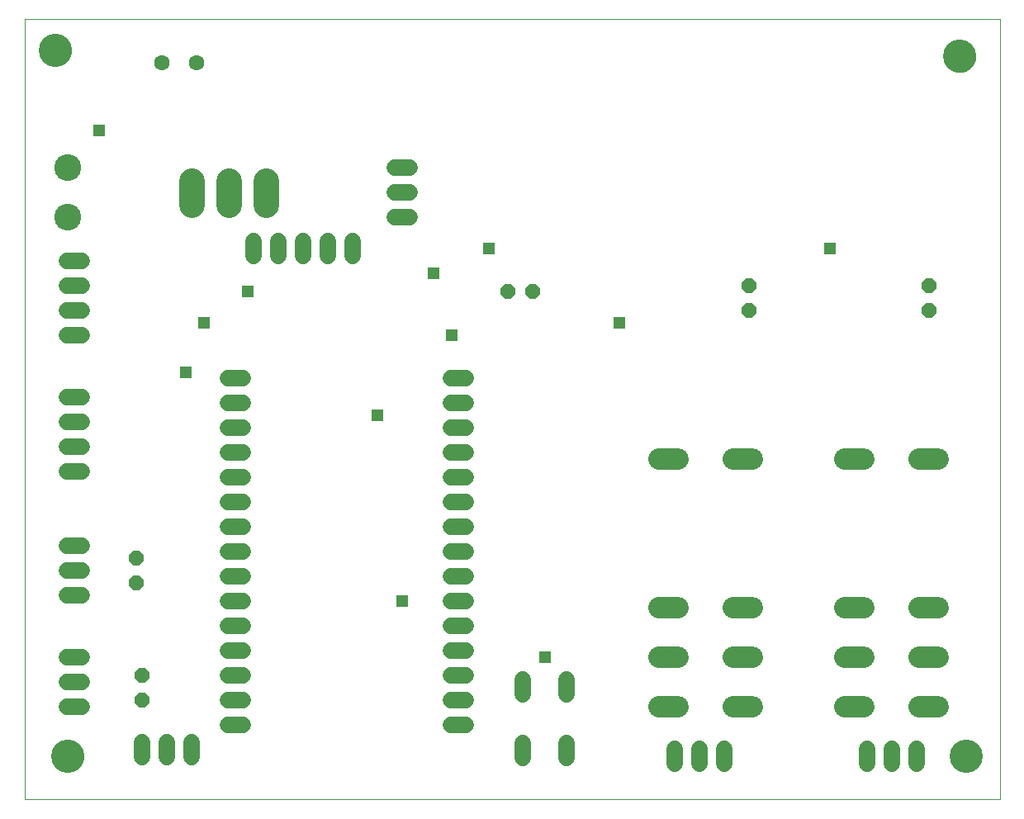
<source format=gbs>
G75*
G70*
%OFA0B0*%
%FSLAX24Y24*%
%IPPOS*%
%LPD*%
%AMOC8*
5,1,8,0,0,1.08239X$1,22.5*
%
%ADD10C,0.0000*%
%ADD11C,0.1340*%
%ADD12C,0.0680*%
%ADD13C,0.1025*%
%ADD14C,0.1080*%
%ADD15OC8,0.0600*%
%ADD16C,0.0860*%
%ADD17C,0.0631*%
%ADD18R,0.0476X0.0476*%
D10*
X004880Y000100D02*
X004880Y031596D01*
X044250Y031596D01*
X044250Y000100D01*
X004880Y000100D01*
X006000Y001850D02*
X006002Y001900D01*
X006008Y001950D01*
X006018Y001999D01*
X006032Y002047D01*
X006049Y002094D01*
X006070Y002139D01*
X006095Y002183D01*
X006123Y002224D01*
X006155Y002263D01*
X006189Y002300D01*
X006226Y002334D01*
X006266Y002364D01*
X006308Y002391D01*
X006352Y002415D01*
X006398Y002436D01*
X006445Y002452D01*
X006493Y002465D01*
X006543Y002474D01*
X006592Y002479D01*
X006643Y002480D01*
X006693Y002477D01*
X006742Y002470D01*
X006791Y002459D01*
X006839Y002444D01*
X006885Y002426D01*
X006930Y002404D01*
X006973Y002378D01*
X007014Y002349D01*
X007053Y002317D01*
X007089Y002282D01*
X007121Y002244D01*
X007151Y002204D01*
X007178Y002161D01*
X007201Y002117D01*
X007220Y002071D01*
X007236Y002023D01*
X007248Y001974D01*
X007256Y001925D01*
X007260Y001875D01*
X007260Y001825D01*
X007256Y001775D01*
X007248Y001726D01*
X007236Y001677D01*
X007220Y001629D01*
X007201Y001583D01*
X007178Y001539D01*
X007151Y001496D01*
X007121Y001456D01*
X007089Y001418D01*
X007053Y001383D01*
X007014Y001351D01*
X006973Y001322D01*
X006930Y001296D01*
X006885Y001274D01*
X006839Y001256D01*
X006791Y001241D01*
X006742Y001230D01*
X006693Y001223D01*
X006643Y001220D01*
X006592Y001221D01*
X006543Y001226D01*
X006493Y001235D01*
X006445Y001248D01*
X006398Y001264D01*
X006352Y001285D01*
X006308Y001309D01*
X006266Y001336D01*
X006226Y001366D01*
X006189Y001400D01*
X006155Y001437D01*
X006123Y001476D01*
X006095Y001517D01*
X006070Y001561D01*
X006049Y001606D01*
X006032Y001653D01*
X006018Y001701D01*
X006008Y001750D01*
X006002Y001800D01*
X006000Y001850D01*
X042250Y001850D02*
X042252Y001900D01*
X042258Y001950D01*
X042268Y001999D01*
X042282Y002047D01*
X042299Y002094D01*
X042320Y002139D01*
X042345Y002183D01*
X042373Y002224D01*
X042405Y002263D01*
X042439Y002300D01*
X042476Y002334D01*
X042516Y002364D01*
X042558Y002391D01*
X042602Y002415D01*
X042648Y002436D01*
X042695Y002452D01*
X042743Y002465D01*
X042793Y002474D01*
X042842Y002479D01*
X042893Y002480D01*
X042943Y002477D01*
X042992Y002470D01*
X043041Y002459D01*
X043089Y002444D01*
X043135Y002426D01*
X043180Y002404D01*
X043223Y002378D01*
X043264Y002349D01*
X043303Y002317D01*
X043339Y002282D01*
X043371Y002244D01*
X043401Y002204D01*
X043428Y002161D01*
X043451Y002117D01*
X043470Y002071D01*
X043486Y002023D01*
X043498Y001974D01*
X043506Y001925D01*
X043510Y001875D01*
X043510Y001825D01*
X043506Y001775D01*
X043498Y001726D01*
X043486Y001677D01*
X043470Y001629D01*
X043451Y001583D01*
X043428Y001539D01*
X043401Y001496D01*
X043371Y001456D01*
X043339Y001418D01*
X043303Y001383D01*
X043264Y001351D01*
X043223Y001322D01*
X043180Y001296D01*
X043135Y001274D01*
X043089Y001256D01*
X043041Y001241D01*
X042992Y001230D01*
X042943Y001223D01*
X042893Y001220D01*
X042842Y001221D01*
X042793Y001226D01*
X042743Y001235D01*
X042695Y001248D01*
X042648Y001264D01*
X042602Y001285D01*
X042558Y001309D01*
X042516Y001336D01*
X042476Y001366D01*
X042439Y001400D01*
X042405Y001437D01*
X042373Y001476D01*
X042345Y001517D01*
X042320Y001561D01*
X042299Y001606D01*
X042282Y001653D01*
X042268Y001701D01*
X042258Y001750D01*
X042252Y001800D01*
X042250Y001850D01*
X042000Y030100D02*
X042002Y030150D01*
X042008Y030200D01*
X042018Y030249D01*
X042032Y030297D01*
X042049Y030344D01*
X042070Y030389D01*
X042095Y030433D01*
X042123Y030474D01*
X042155Y030513D01*
X042189Y030550D01*
X042226Y030584D01*
X042266Y030614D01*
X042308Y030641D01*
X042352Y030665D01*
X042398Y030686D01*
X042445Y030702D01*
X042493Y030715D01*
X042543Y030724D01*
X042592Y030729D01*
X042643Y030730D01*
X042693Y030727D01*
X042742Y030720D01*
X042791Y030709D01*
X042839Y030694D01*
X042885Y030676D01*
X042930Y030654D01*
X042973Y030628D01*
X043014Y030599D01*
X043053Y030567D01*
X043089Y030532D01*
X043121Y030494D01*
X043151Y030454D01*
X043178Y030411D01*
X043201Y030367D01*
X043220Y030321D01*
X043236Y030273D01*
X043248Y030224D01*
X043256Y030175D01*
X043260Y030125D01*
X043260Y030075D01*
X043256Y030025D01*
X043248Y029976D01*
X043236Y029927D01*
X043220Y029879D01*
X043201Y029833D01*
X043178Y029789D01*
X043151Y029746D01*
X043121Y029706D01*
X043089Y029668D01*
X043053Y029633D01*
X043014Y029601D01*
X042973Y029572D01*
X042930Y029546D01*
X042885Y029524D01*
X042839Y029506D01*
X042791Y029491D01*
X042742Y029480D01*
X042693Y029473D01*
X042643Y029470D01*
X042592Y029471D01*
X042543Y029476D01*
X042493Y029485D01*
X042445Y029498D01*
X042398Y029514D01*
X042352Y029535D01*
X042308Y029559D01*
X042266Y029586D01*
X042226Y029616D01*
X042189Y029650D01*
X042155Y029687D01*
X042123Y029726D01*
X042095Y029767D01*
X042070Y029811D01*
X042049Y029856D01*
X042032Y029903D01*
X042018Y029951D01*
X042008Y030000D01*
X042002Y030050D01*
X042000Y030100D01*
X005500Y030350D02*
X005502Y030400D01*
X005508Y030450D01*
X005518Y030499D01*
X005532Y030547D01*
X005549Y030594D01*
X005570Y030639D01*
X005595Y030683D01*
X005623Y030724D01*
X005655Y030763D01*
X005689Y030800D01*
X005726Y030834D01*
X005766Y030864D01*
X005808Y030891D01*
X005852Y030915D01*
X005898Y030936D01*
X005945Y030952D01*
X005993Y030965D01*
X006043Y030974D01*
X006092Y030979D01*
X006143Y030980D01*
X006193Y030977D01*
X006242Y030970D01*
X006291Y030959D01*
X006339Y030944D01*
X006385Y030926D01*
X006430Y030904D01*
X006473Y030878D01*
X006514Y030849D01*
X006553Y030817D01*
X006589Y030782D01*
X006621Y030744D01*
X006651Y030704D01*
X006678Y030661D01*
X006701Y030617D01*
X006720Y030571D01*
X006736Y030523D01*
X006748Y030474D01*
X006756Y030425D01*
X006760Y030375D01*
X006760Y030325D01*
X006756Y030275D01*
X006748Y030226D01*
X006736Y030177D01*
X006720Y030129D01*
X006701Y030083D01*
X006678Y030039D01*
X006651Y029996D01*
X006621Y029956D01*
X006589Y029918D01*
X006553Y029883D01*
X006514Y029851D01*
X006473Y029822D01*
X006430Y029796D01*
X006385Y029774D01*
X006339Y029756D01*
X006291Y029741D01*
X006242Y029730D01*
X006193Y029723D01*
X006143Y029720D01*
X006092Y029721D01*
X006043Y029726D01*
X005993Y029735D01*
X005945Y029748D01*
X005898Y029764D01*
X005852Y029785D01*
X005808Y029809D01*
X005766Y029836D01*
X005726Y029866D01*
X005689Y029900D01*
X005655Y029937D01*
X005623Y029976D01*
X005595Y030017D01*
X005570Y030061D01*
X005549Y030106D01*
X005532Y030153D01*
X005518Y030201D01*
X005508Y030250D01*
X005502Y030300D01*
X005500Y030350D01*
D11*
X006130Y030350D03*
X042630Y030100D03*
X042880Y001850D03*
X006630Y001850D03*
D12*
X006580Y003850D02*
X007180Y003850D01*
X007180Y004850D02*
X006580Y004850D01*
X006580Y005850D02*
X007180Y005850D01*
X007180Y008350D02*
X006580Y008350D01*
X006580Y009350D02*
X007180Y009350D01*
X007180Y010350D02*
X006580Y010350D01*
X006580Y013350D02*
X007180Y013350D01*
X007180Y014350D02*
X006580Y014350D01*
X006580Y015350D02*
X007180Y015350D01*
X007180Y016350D02*
X006580Y016350D01*
X006580Y018850D02*
X007180Y018850D01*
X007180Y019850D02*
X006580Y019850D01*
X006580Y020850D02*
X007180Y020850D01*
X007180Y021850D02*
X006580Y021850D01*
X013080Y017100D02*
X013680Y017100D01*
X013680Y016100D02*
X013080Y016100D01*
X013080Y015100D02*
X013680Y015100D01*
X013680Y014100D02*
X013080Y014100D01*
X013080Y013100D02*
X013680Y013100D01*
X013680Y012100D02*
X013080Y012100D01*
X013080Y011100D02*
X013680Y011100D01*
X013680Y010100D02*
X013080Y010100D01*
X013080Y009100D02*
X013680Y009100D01*
X013680Y008100D02*
X013080Y008100D01*
X013080Y007100D02*
X013680Y007100D01*
X013680Y006100D02*
X013080Y006100D01*
X013080Y005100D02*
X013680Y005100D01*
X013680Y004100D02*
X013080Y004100D01*
X013080Y003100D02*
X013680Y003100D01*
X011630Y002400D02*
X011630Y001800D01*
X010630Y001800D02*
X010630Y002400D01*
X009630Y002400D02*
X009630Y001800D01*
X022080Y003100D02*
X022680Y003100D01*
X022680Y004100D02*
X022080Y004100D01*
X022080Y005100D02*
X022680Y005100D01*
X022680Y006100D02*
X022080Y006100D01*
X022080Y007100D02*
X022680Y007100D01*
X022680Y008100D02*
X022080Y008100D01*
X022080Y009100D02*
X022680Y009100D01*
X022680Y010100D02*
X022080Y010100D01*
X022080Y011100D02*
X022680Y011100D01*
X022680Y012100D02*
X022080Y012100D01*
X022080Y013100D02*
X022680Y013100D01*
X022680Y014100D02*
X022080Y014100D01*
X022080Y015100D02*
X022680Y015100D01*
X022680Y016100D02*
X022080Y016100D01*
X022080Y017100D02*
X022680Y017100D01*
X018130Y022050D02*
X018130Y022650D01*
X017130Y022650D02*
X017130Y022050D01*
X016130Y022050D02*
X016130Y022650D01*
X015130Y022650D02*
X015130Y022050D01*
X014130Y022050D02*
X014130Y022650D01*
X019830Y023600D02*
X020430Y023600D01*
X020430Y024600D02*
X019830Y024600D01*
X019830Y025600D02*
X020430Y025600D01*
X024990Y004930D02*
X024990Y004330D01*
X026770Y004330D02*
X026770Y004930D01*
X026770Y002370D02*
X026770Y001770D01*
X024990Y001770D02*
X024990Y002370D01*
X031130Y002150D02*
X031130Y001550D01*
X032130Y001550D02*
X032130Y002150D01*
X033130Y002150D02*
X033130Y001550D01*
X038880Y001550D02*
X038880Y002150D01*
X039880Y002150D02*
X039880Y001550D01*
X040880Y001550D02*
X040880Y002150D01*
D13*
X014622Y024128D02*
X014622Y025073D01*
X013126Y025073D02*
X013126Y024128D01*
X011630Y024128D02*
X011630Y025073D01*
D14*
X006630Y025600D03*
X006630Y023600D03*
D15*
X024380Y020600D03*
X025380Y020600D03*
X034130Y020850D03*
X034130Y019850D03*
X041380Y019850D03*
X041380Y020850D03*
X009380Y009850D03*
X009380Y008850D03*
X009630Y005100D03*
X009630Y004100D03*
D16*
X030490Y003850D02*
X031270Y003850D01*
X033490Y003850D02*
X034270Y003850D01*
X034270Y005850D02*
X033490Y005850D01*
X031270Y005850D02*
X030490Y005850D01*
X030490Y007850D02*
X031270Y007850D01*
X033490Y007850D02*
X034270Y007850D01*
X037990Y007850D02*
X038770Y007850D01*
X040990Y007850D02*
X041770Y007850D01*
X041770Y005850D02*
X040990Y005850D01*
X038770Y005850D02*
X037990Y005850D01*
X037990Y003850D02*
X038770Y003850D01*
X040990Y003850D02*
X041770Y003850D01*
X041770Y013850D02*
X040990Y013850D01*
X038770Y013850D02*
X037990Y013850D01*
X034270Y013850D02*
X033490Y013850D01*
X031270Y013850D02*
X030490Y013850D01*
D17*
X011819Y029850D03*
X010441Y029850D03*
D18*
X007880Y027100D03*
X013880Y020600D03*
X012130Y019350D03*
X011380Y017350D03*
X019130Y015600D03*
X022130Y018850D03*
X021380Y021350D03*
X023630Y022350D03*
X028880Y019350D03*
X037380Y022350D03*
X020130Y008100D03*
X025880Y005850D03*
M02*

</source>
